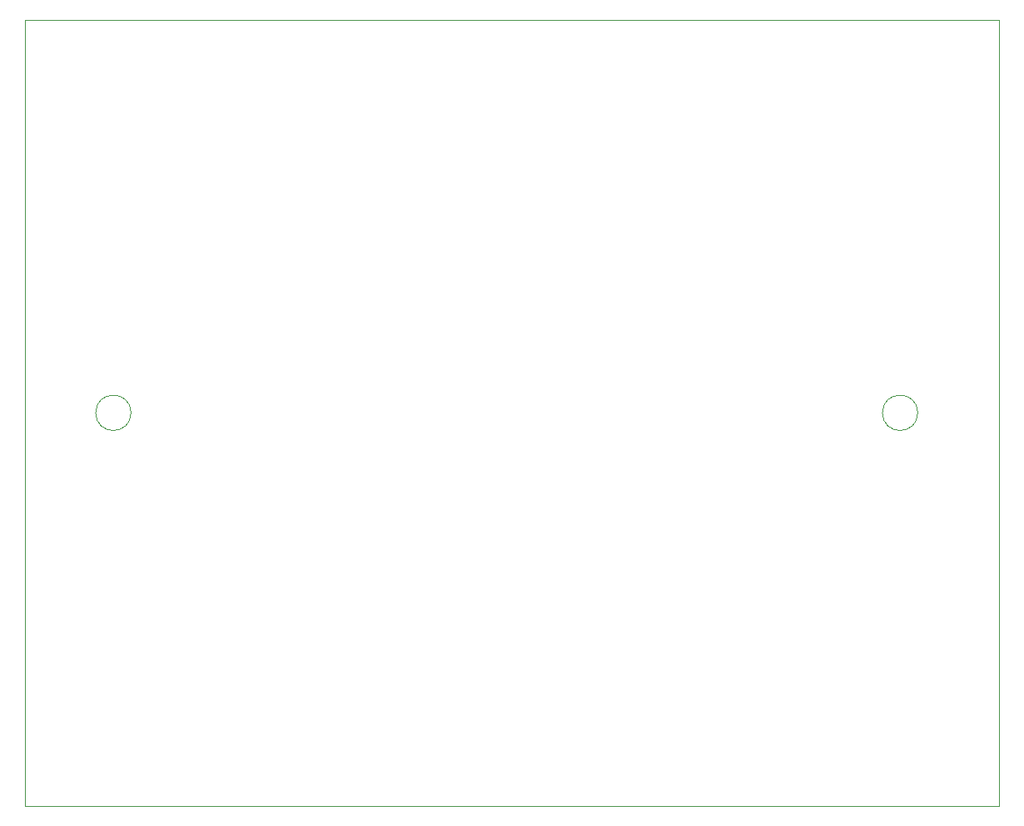
<source format=gbr>
%TF.GenerationSoftware,KiCad,Pcbnew,(6.0.2)*%
%TF.CreationDate,2022-07-20T21:02:28+09:00*%
%TF.ProjectId,______,a90428e8-8c5c-42e6-9b69-6361645f7063,rev?*%
%TF.SameCoordinates,Original*%
%TF.FileFunction,Profile,NP*%
%FSLAX46Y46*%
G04 Gerber Fmt 4.6, Leading zero omitted, Abs format (unit mm)*
G04 Created by KiCad (PCBNEW (6.0.2)) date 2022-07-20 21:02:28*
%MOMM*%
%LPD*%
G01*
G04 APERTURE LIST*
%TA.AperFunction,Profile*%
%ADD10C,0.100000*%
%TD*%
G04 APERTURE END LIST*
D10*
X59055000Y-71755000D02*
G75*
G03*
X59055000Y-71755000I-1796051J0D01*
G01*
X139065000Y-71755000D02*
G75*
G03*
X139065000Y-71755000I-1796051J0D01*
G01*
X48260000Y-31750000D02*
X147320000Y-31750000D01*
X147320000Y-31750000D02*
X147320000Y-111760000D01*
X147320000Y-111760000D02*
X48260000Y-111760000D01*
X48260000Y-111760000D02*
X48260000Y-31750000D01*
M02*

</source>
